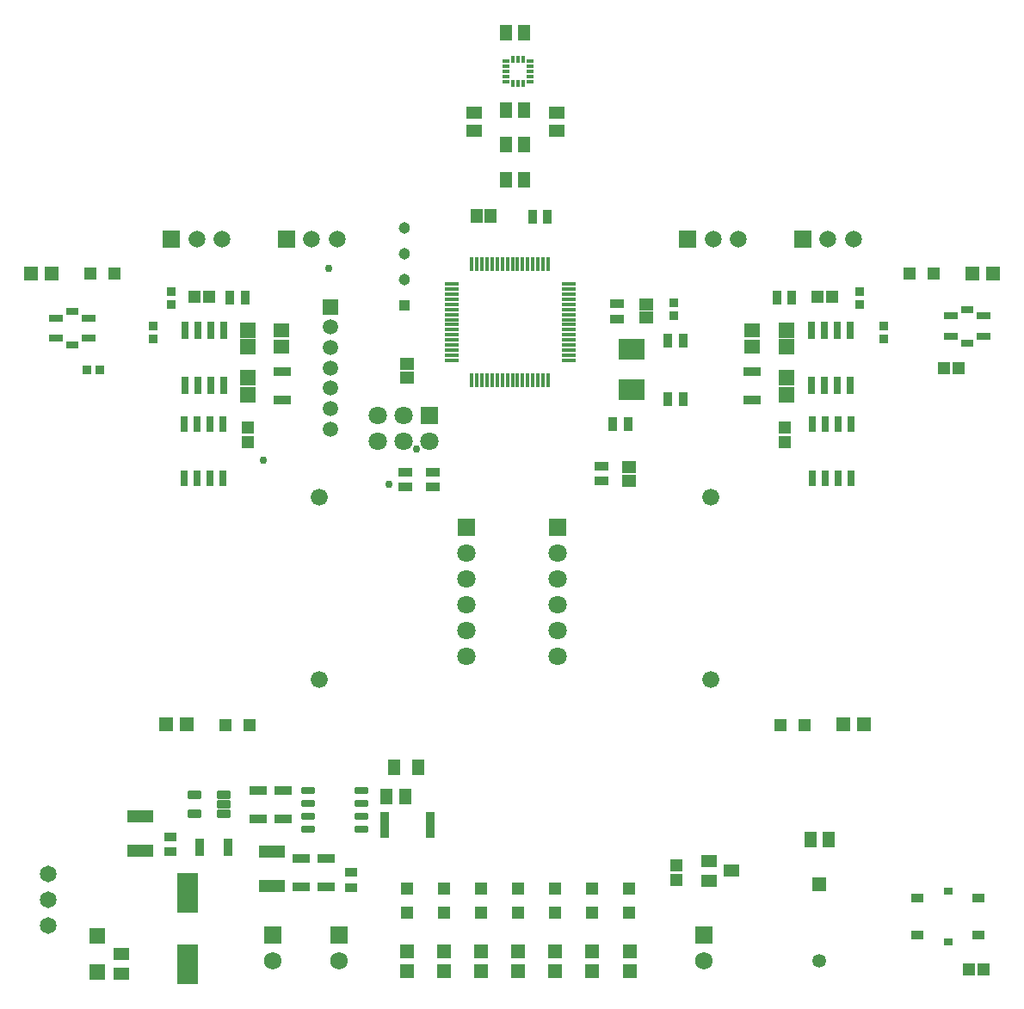
<source format=gts>
G04*
G04 #@! TF.GenerationSoftware,Altium Limited,Altium Designer,22.1.2 (22)*
G04*
G04 Layer_Color=8388736*
%FSLAX44Y44*%
%MOMM*%
G71*
G04*
G04 #@! TF.SameCoordinates,E4277ABF-2EF0-4229-B20A-5B57AAE43606*
G04*
G04*
G04 #@! TF.FilePolarity,Negative*
G04*
G01*
G75*
%ADD23R,1.1781X1.3562*%
%ADD24R,0.9500X1.3500*%
%ADD29R,0.9062X0.8549*%
%ADD31R,1.7000X0.9500*%
%ADD36R,0.9581X2.6062*%
%ADD38R,0.9500X1.7000*%
%ADD39R,1.2621X0.9578*%
%ADD40R,2.5000X1.2500*%
%ADD43R,2.0000X4.0000*%
%ADD46R,1.3562X1.1781*%
%ADD47R,1.3500X0.9500*%
%ADD50R,0.8549X0.9062*%
%ADD54R,1.5000X1.5000*%
%ADD56R,1.3500X0.4500*%
%ADD57R,0.4500X1.3500*%
%ADD58R,1.3000X1.3000*%
%ADD59R,1.3500X1.3500*%
%ADD60R,0.7000X0.4500*%
%ADD61R,0.4500X0.7000*%
%ADD62R,1.2500X1.1500*%
%ADD63R,1.5500X1.1500*%
%ADD64R,1.6000X1.3000*%
%ADD65R,1.3000X1.6000*%
%ADD66R,1.1500X1.2500*%
%ADD67R,1.6000X1.4500*%
%ADD68R,1.6000X1.5000*%
%ADD69R,0.8000X1.6750*%
%ADD70R,0.8000X1.6500*%
%ADD71R,1.3000X1.5500*%
G04:AMPARAMS|DCode=72|XSize=0.8mm|YSize=1.35mm|CornerRadius=0.1238mm|HoleSize=0mm|Usage=FLASHONLY|Rotation=270.000|XOffset=0mm|YOffset=0mm|HoleType=Round|Shape=RoundedRectangle|*
%AMROUNDEDRECTD72*
21,1,0.8000,1.1025,0,0,270.0*
21,1,0.5525,1.3500,0,0,270.0*
1,1,0.2475,-0.5513,-0.2763*
1,1,0.2475,-0.5513,0.2763*
1,1,0.2475,0.5513,0.2763*
1,1,0.2475,0.5513,-0.2763*
%
%ADD72ROUNDEDRECTD72*%
G04:AMPARAMS|DCode=73|XSize=0.7mm|YSize=1.4mm|CornerRadius=0.1245mm|HoleSize=0mm|Usage=FLASHONLY|Rotation=270.000|XOffset=0mm|YOffset=0mm|HoleType=Round|Shape=RoundedRectangle|*
%AMROUNDEDRECTD73*
21,1,0.7000,1.1510,0,0,270.0*
21,1,0.4510,1.4000,0,0,270.0*
1,1,0.2490,-0.5755,-0.2255*
1,1,0.2490,-0.5755,0.2255*
1,1,0.2490,0.5755,0.2255*
1,1,0.2490,0.5755,-0.2255*
%
%ADD73ROUNDEDRECTD73*%
%ADD74R,1.1500X0.8500*%
%ADD75R,0.8500X0.7500*%
%ADD76R,1.4000X0.7500*%
%ADD77R,1.1500X0.6500*%
%ADD78R,2.5500X2.1500*%
%ADD79R,1.3500X1.3500*%
%ADD80R,1.6000X1.1500*%
%ADD81R,1.3000X1.3000*%
%ADD82C,1.6580*%
%ADD83R,1.6580X1.6580*%
%ADD84C,1.7250*%
%ADD85R,1.7250X1.7250*%
%ADD86R,1.8000X1.8000*%
%ADD87C,1.8000*%
%ADD88C,1.3500*%
%ADD89R,1.3500X1.3500*%
%ADD90R,1.5000X1.5000*%
%ADD91C,1.5000*%
%ADD92C,1.6500*%
%ADD93R,1.8000X1.8000*%
%ADD94R,1.1350X1.1350*%
%ADD95C,1.1350*%
%ADD96C,1.6740*%
%ADD97C,0.7500*%
D23*
X-24359Y-333500D02*
D03*
X-37641D02*
D03*
D24*
X32000Y-334000D02*
D03*
X17000D02*
D03*
X257500Y-414000D02*
D03*
X272500D02*
D03*
X-265500D02*
D03*
X-280500D02*
D03*
X111000Y-538295D02*
D03*
X96000D02*
D03*
X165273Y-513522D02*
D03*
X150272D02*
D03*
X165273Y-456022D02*
D03*
X150272D02*
D03*
D29*
X363000Y-441775D02*
D03*
Y-454288D02*
D03*
X339000Y-407744D02*
D03*
Y-420257D02*
D03*
X-356000Y-441775D02*
D03*
Y-454288D02*
D03*
X-338000Y-420257D02*
D03*
Y-407744D02*
D03*
X156000Y-418774D02*
D03*
Y-431287D02*
D03*
D31*
X233000Y-487000D02*
D03*
Y-515000D02*
D03*
X-229250Y-487000D02*
D03*
Y-515000D02*
D03*
X-252978Y-926750D02*
D03*
Y-898750D02*
D03*
X-228000Y-926750D02*
D03*
Y-898750D02*
D03*
X-210250Y-994061D02*
D03*
Y-966061D02*
D03*
X-186000Y-994061D02*
D03*
Y-966061D02*
D03*
D36*
X-83730Y-933000D02*
D03*
X-128270D02*
D03*
D38*
X-282000Y-955250D02*
D03*
X-310000D02*
D03*
D39*
X-339000Y-959461D02*
D03*
Y-944918D02*
D03*
X-161000Y-994272D02*
D03*
Y-979728D02*
D03*
D40*
X-369000Y-924000D02*
D03*
Y-958000D02*
D03*
X-239000Y-958811D02*
D03*
Y-992811D02*
D03*
D43*
X-322000Y-1070400D02*
D03*
Y-999400D02*
D03*
D46*
X129375Y-433671D02*
D03*
Y-420390D02*
D03*
X112000Y-594110D02*
D03*
Y-580829D02*
D03*
X-106000Y-492281D02*
D03*
Y-479000D02*
D03*
D47*
X100000Y-435000D02*
D03*
Y-420000D02*
D03*
X-108000Y-600500D02*
D03*
Y-585500D02*
D03*
X-81167Y-600500D02*
D03*
Y-585500D02*
D03*
X84667Y-594500D02*
D03*
Y-579500D02*
D03*
D50*
X-421256Y-484773D02*
D03*
X-408744D02*
D03*
D54*
X-411000Y-1077500D02*
D03*
Y-1042500D02*
D03*
D56*
X52500Y-475500D02*
D03*
Y-470500D02*
D03*
Y-465500D02*
D03*
Y-460500D02*
D03*
Y-455500D02*
D03*
Y-450500D02*
D03*
Y-445500D02*
D03*
Y-440500D02*
D03*
Y-435500D02*
D03*
Y-430500D02*
D03*
Y-425500D02*
D03*
Y-420500D02*
D03*
Y-415500D02*
D03*
Y-410500D02*
D03*
Y-405500D02*
D03*
Y-400500D02*
D03*
X-62500D02*
D03*
Y-405500D02*
D03*
Y-410500D02*
D03*
Y-415500D02*
D03*
Y-420500D02*
D03*
Y-425500D02*
D03*
Y-430500D02*
D03*
Y-435500D02*
D03*
Y-440500D02*
D03*
Y-445500D02*
D03*
Y-450500D02*
D03*
Y-455500D02*
D03*
Y-460500D02*
D03*
Y-465500D02*
D03*
Y-470500D02*
D03*
Y-475500D02*
D03*
D57*
X32500Y-380500D02*
D03*
X27500D02*
D03*
X22500D02*
D03*
X17500D02*
D03*
X12500D02*
D03*
X7500D02*
D03*
X2500D02*
D03*
X-2500D02*
D03*
X-7500D02*
D03*
X-12500D02*
D03*
X-17500D02*
D03*
X-22500D02*
D03*
X-27500D02*
D03*
X-32500D02*
D03*
X-37500D02*
D03*
X-42500D02*
D03*
Y-495500D02*
D03*
X-37500D02*
D03*
X-32500D02*
D03*
X-27500D02*
D03*
X-22500D02*
D03*
X-17500D02*
D03*
X-12500D02*
D03*
X-7500D02*
D03*
X-2500D02*
D03*
X2500D02*
D03*
X7500D02*
D03*
X12500D02*
D03*
X17500D02*
D03*
X22500D02*
D03*
X27500D02*
D03*
X32500D02*
D03*
D58*
X261478Y-834250D02*
D03*
X284978D02*
D03*
X-284977Y-834250D02*
D03*
X-261477D02*
D03*
X411978Y-390250D02*
D03*
X388478D02*
D03*
X-417977D02*
D03*
X-394477D02*
D03*
D59*
X343000Y-834000D02*
D03*
X323000D02*
D03*
X450000Y-390000D02*
D03*
X470000D02*
D03*
X-323000Y-834000D02*
D03*
X-343000D02*
D03*
X-456000Y-390000D02*
D03*
X-476000D02*
D03*
D60*
X-9000Y-181000D02*
D03*
Y-186000D02*
D03*
Y-191000D02*
D03*
Y-196000D02*
D03*
Y-201000D02*
D03*
X15000D02*
D03*
Y-196000D02*
D03*
Y-191000D02*
D03*
Y-186000D02*
D03*
Y-181000D02*
D03*
D61*
X-2000Y-203000D02*
D03*
X3000D02*
D03*
X8000D02*
D03*
Y-179000D02*
D03*
X3000D02*
D03*
X-2000D02*
D03*
D62*
X159000Y-987000D02*
D03*
Y-973000D02*
D03*
X265000Y-556000D02*
D03*
Y-542000D02*
D03*
X-263000Y-556000D02*
D03*
Y-542000D02*
D03*
D63*
X191000Y-968500D02*
D03*
Y-987500D02*
D03*
X213000Y-978000D02*
D03*
D64*
X-40545Y-231772D02*
D03*
Y-249772D02*
D03*
X41000Y-231772D02*
D03*
Y-249772D02*
D03*
D65*
X9228Y-152728D02*
D03*
X-8773D02*
D03*
X9228Y-298273D02*
D03*
X-8773D02*
D03*
X9228Y-263545D02*
D03*
X-8773D02*
D03*
X9228Y-229273D02*
D03*
X-8773D02*
D03*
X-108290Y-905022D02*
D03*
X-126291D02*
D03*
X291000Y-947000D02*
D03*
X309000D02*
D03*
D66*
X312000Y-413000D02*
D03*
X298000D02*
D03*
X-301250D02*
D03*
X-315250D02*
D03*
X447000Y-1075000D02*
D03*
X461000D02*
D03*
X422250Y-483522D02*
D03*
X436250D02*
D03*
D67*
X233000Y-446000D02*
D03*
Y-462000D02*
D03*
X-230000Y-446000D02*
D03*
Y-462000D02*
D03*
D68*
X267000Y-445750D02*
D03*
Y-462250D02*
D03*
Y-492750D02*
D03*
Y-509250D02*
D03*
X-263000Y-445750D02*
D03*
Y-462250D02*
D03*
Y-492750D02*
D03*
Y-509250D02*
D03*
D69*
X-286950Y-500120D02*
D03*
X-299650D02*
D03*
X-312350D02*
D03*
X-325050D02*
D03*
Y-445880D02*
D03*
X-312350D02*
D03*
X-299650D02*
D03*
X-286950D02*
D03*
X330050Y-500120D02*
D03*
X317350D02*
D03*
X304650D02*
D03*
X291950D02*
D03*
Y-445880D02*
D03*
X304650D02*
D03*
X317350D02*
D03*
X330050D02*
D03*
D70*
X-287200Y-538000D02*
D03*
X-299900D02*
D03*
X-312600D02*
D03*
X-325300D02*
D03*
Y-592000D02*
D03*
X-312600D02*
D03*
X-299900D02*
D03*
X-287200D02*
D03*
X330300Y-538000D02*
D03*
X317600D02*
D03*
X304900D02*
D03*
X292200D02*
D03*
Y-592000D02*
D03*
X304900D02*
D03*
X317600D02*
D03*
X330300D02*
D03*
D71*
X-119000Y-876000D02*
D03*
X-95500D02*
D03*
D72*
X-315750Y-922000D02*
D03*
Y-903000D02*
D03*
X-286250D02*
D03*
Y-912500D02*
D03*
Y-922000D02*
D03*
D73*
X-203250Y-898950D02*
D03*
Y-911650D02*
D03*
Y-924350D02*
D03*
Y-937050D02*
D03*
X-150750Y-898950D02*
D03*
Y-911650D02*
D03*
Y-924350D02*
D03*
Y-937050D02*
D03*
D74*
X396000Y-1004500D02*
D03*
X456000D02*
D03*
X396000Y-1041500D02*
D03*
X456000D02*
D03*
D75*
X426000Y-998000D02*
D03*
Y-1048000D02*
D03*
D76*
X-451719Y-434000D02*
D03*
X-419219D02*
D03*
X-451719Y-454000D02*
D03*
X-419219D02*
D03*
X428750Y-432000D02*
D03*
X461250D02*
D03*
X428750Y-452000D02*
D03*
X461250D02*
D03*
D77*
X-435469Y-427500D02*
D03*
Y-460500D02*
D03*
X445000Y-425500D02*
D03*
Y-458500D02*
D03*
D78*
X115000Y-504773D02*
D03*
Y-464772D02*
D03*
D79*
X112622Y-1057000D02*
D03*
Y-1077000D02*
D03*
X76169Y-1057000D02*
D03*
Y-1077000D02*
D03*
X39716Y-1057000D02*
D03*
Y-1077000D02*
D03*
X3264Y-1057000D02*
D03*
Y-1077000D02*
D03*
X-33189Y-1057000D02*
D03*
Y-1077000D02*
D03*
X-69642Y-1057000D02*
D03*
Y-1077000D02*
D03*
X-106094Y-1057000D02*
D03*
Y-1077000D02*
D03*
D80*
X-387000Y-1079250D02*
D03*
Y-1060250D02*
D03*
D81*
X112200Y-1018977D02*
D03*
Y-995477D02*
D03*
X75800Y-1018977D02*
D03*
Y-995477D02*
D03*
X39400Y-1018977D02*
D03*
Y-995477D02*
D03*
X3000Y-1018977D02*
D03*
Y-995477D02*
D03*
X-33400Y-1018977D02*
D03*
Y-995477D02*
D03*
X-69800Y-1018977D02*
D03*
Y-995477D02*
D03*
X-106200Y-1018977D02*
D03*
Y-995477D02*
D03*
D82*
X333022Y-356000D02*
D03*
X308023D02*
D03*
X220000D02*
D03*
X195000D02*
D03*
X-174978D02*
D03*
X-199977D02*
D03*
X-288000D02*
D03*
X-313000D02*
D03*
D83*
X283022D02*
D03*
X170000D02*
D03*
X-224977D02*
D03*
X-338000D02*
D03*
D84*
X-173000Y-1066650D02*
D03*
X186250D02*
D03*
X-237977D02*
D03*
D85*
X-173000Y-1041650D02*
D03*
X186250D02*
D03*
X-237977D02*
D03*
D86*
X42000Y-640200D02*
D03*
X-48000D02*
D03*
D87*
X42000Y-665600D02*
D03*
Y-691000D02*
D03*
Y-716400D02*
D03*
Y-741800D02*
D03*
Y-767200D02*
D03*
X-48000Y-665600D02*
D03*
Y-691000D02*
D03*
Y-716400D02*
D03*
Y-741800D02*
D03*
Y-767200D02*
D03*
X-84600Y-555000D02*
D03*
X-110000Y-529600D02*
D03*
Y-555000D02*
D03*
X-135400Y-529600D02*
D03*
Y-555000D02*
D03*
D88*
X299000Y-1067000D02*
D03*
D89*
Y-991000D02*
D03*
D90*
X-182000Y-423000D02*
D03*
D91*
Y-443000D02*
D03*
Y-463000D02*
D03*
Y-483000D02*
D03*
Y-503000D02*
D03*
Y-523000D02*
D03*
Y-543000D02*
D03*
D92*
X-459000Y-1031500D02*
D03*
Y-1006500D02*
D03*
Y-981500D02*
D03*
D93*
X-84600Y-529600D02*
D03*
D94*
X-109000Y-421800D02*
D03*
D95*
Y-396400D02*
D03*
Y-371000D02*
D03*
Y-345600D02*
D03*
D96*
X-192500Y-610000D02*
D03*
Y-790000D02*
D03*
X192500D02*
D03*
Y-610000D02*
D03*
D97*
X-248000Y-574000D02*
D03*
X-183000Y-385000D02*
D03*
X-124000Y-598000D02*
D03*
X-97000Y-563000D02*
D03*
M02*

</source>
